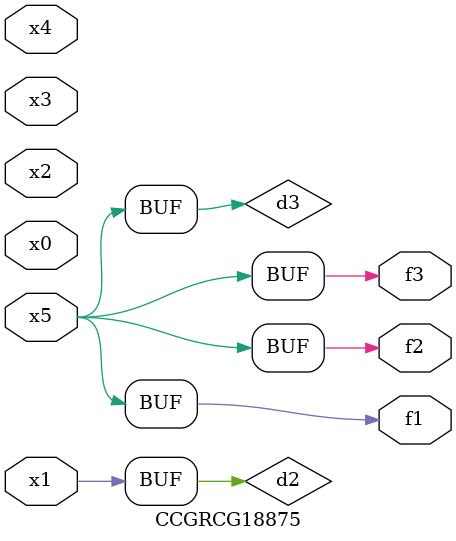
<source format=v>
module CCGRCG18875(
	input x0, x1, x2, x3, x4, x5,
	output f1, f2, f3
);

	wire d1, d2, d3;

	not (d1, x5);
	or (d2, x1);
	xnor (d3, d1);
	assign f1 = d3;
	assign f2 = d3;
	assign f3 = d3;
endmodule

</source>
